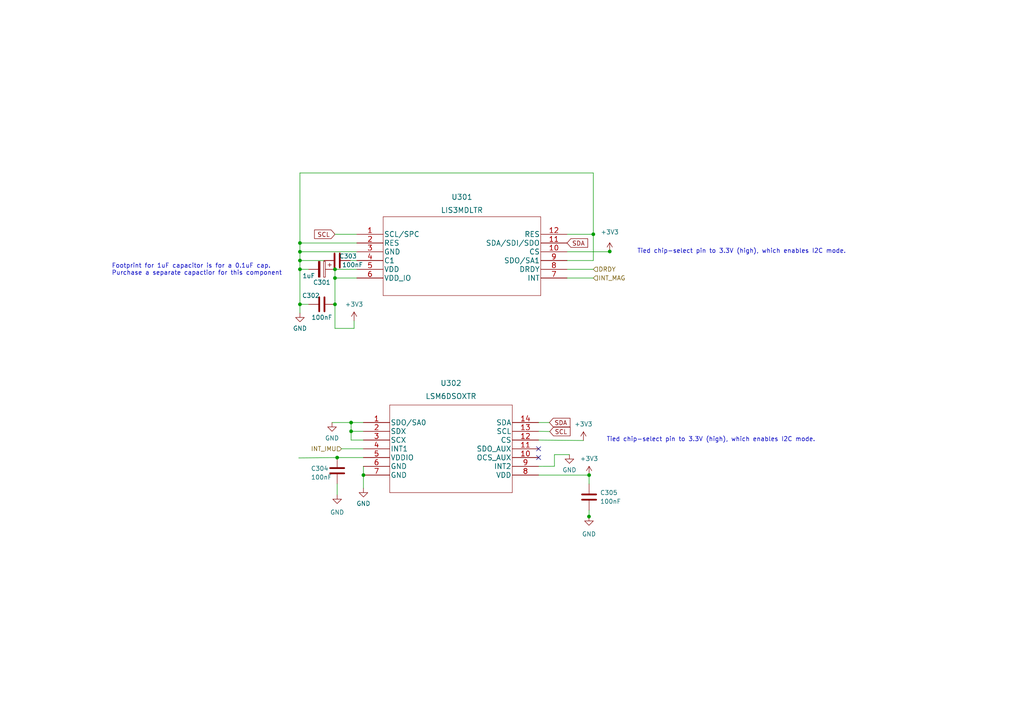
<source format=kicad_sch>
(kicad_sch (version 20211123) (generator eeschema)
  (paper "A4")
  (title_block (title "VUSAT Flight Computer") (date "2022-07-28") (company "Vanderbilt University") (comment 1 "by David Limpus"))
  (lib_symbols
    (symbol "3-axis magnetometer:LIS3MDLTR" (pin_names (offset 0.254))
      (property "Reference" "U" (at 30.48 10.16 0))
      (property "Value" "LIS3MDLTR" (at 30.48 7.62 0))
      (symbol "LIS3MDLTR_1_1"
        (polyline (pts (xy 7.62 -17.78) (xy 53.34 -17.78)) (stroke (width 0.127)))
        (polyline (pts (xy 7.62 5.08) (xy 7.62 -17.78)) (stroke (width 0.127)))
        (polyline (pts (xy 53.34 -17.78) (xy 53.34 5.08)) (stroke (width 0.127)))
        (polyline (pts (xy 53.34 5.08) (xy 7.62 5.08)) (stroke (width 0.127)))
        (pin bidirectional line (at 0 0 0) (length 7.62) (name "SCL/SPC") (number "1"))
        (pin bidirectional line (at 60.96 -5.08 180) (length 7.62) (name "CS") (number "10"))
        (pin bidirectional line (at 60.96 -2.54 180) (length 7.62) (name "SDA/SDI/SDO") (number "11"))
        (pin unspecified line (at 60.96 0 180) (length 7.62) (name "RES") (number "12"))
        (pin unspecified line (at 0 -2.54 0) (length 7.62) (name "RES") (number "2"))
        (pin power_in line (at 0 -5.08 0) (length 7.62) (name "GND") (number "3"))
        (pin unspecified line (at 0 -7.62 0) (length 7.62) (name "C1") (number "4"))
        (pin power_in line (at 0 -10.16 0) (length 7.62) (name "VDD") (number "5"))
        (pin power_in line (at 0 -12.7 0) (length 7.62) (name "VDD_IO") (number "6"))
        (pin unspecified line (at 60.96 -12.7 180) (length 7.62) (name "INT") (number "7"))
        (pin unspecified line (at 60.96 -10.16 180) (length 7.62) (name "DRDY") (number "8"))
        (pin bidirectional line (at 60.96 -7.62 180) (length 7.62) (name "SDO/SA1") (number "9"))
      )
    )
    (symbol "6-axis IMU:LSM6DSOXTR" (pin_names (offset 0.254))
      (property "Reference" "U" (at 25.4 10.16 0))
      (property "Value" "LSM6DSOXTR" (at 25.4 7.62 0))
      (symbol "LSM6DSOXTR_1_1"
        (polyline (pts (xy 7.62 -20.32) (xy 43.18 -20.32)) (stroke (width 0.127)))
        (polyline (pts (xy 7.62 5.08) (xy 7.62 -20.32)) (stroke (width 0.127)))
        (polyline (pts (xy 43.18 -20.32) (xy 43.18 5.08)) (stroke (width 0.127)))
        (polyline (pts (xy 43.18 5.08) (xy 7.62 5.08)) (stroke (width 0.127)))
        (pin output line (at 0 0 0) (length 7.62) (name "SDO/SA0") (number "1"))
        (pin unspecified line (at 50.8 -10.16 180) (length 7.62) (name "OCS_AUX") (number "10"))
        (pin unspecified line (at 50.8 -7.62 180) (length 7.62) (name "SDO_AUX") (number "11"))
        (pin unspecified line (at 50.8 -5.08 180) (length 7.62) (name "CS") (number "12"))
        (pin unspecified line (at 50.8 -2.54 180) (length 7.62) (name "SCL") (number "13"))
        (pin input line (at 50.8 0 180) (length 7.62) (name "SDA") (number "14"))
        (pin bidirectional line (at 0 -2.54 0) (length 7.62) (name "SDX") (number "2"))
        (pin bidirectional line (at 0 -5.08 0) (length 7.62) (name "SCX") (number "3"))
        (pin input line (at 0 -7.62 0) (length 7.62) (name "INT1") (number "4"))
        (pin power_in line (at 0 -10.16 0) (length 7.62) (name "VDDIO") (number "5"))
        (pin power_in line (at 0 -12.7 0) (length 7.62) (name "GND") (number "6"))
        (pin power_in line (at 0 -15.24 0) (length 7.62) (name "GND") (number "7"))
        (pin power_in line (at 50.8 -15.24 180) (length 7.62) (name "VDD") (number "8"))
        (pin input line (at 50.8 -12.7 180) (length 7.62) (name "INT2") (number "9"))
      )
    )
    (symbol "Device:C" (pin_numbers hide) (pin_names (offset 0.254))
      (property "Reference" "C" (at 0.635 2.54 0))
      (property "Value" "C" (at 0.635 -2.54 0))
      (symbol "C_0_1"
        (polyline (pts (xy -2.032 -0.762) (xy 2.032 -0.762)) (stroke (width 0.508)))
        (polyline (pts (xy -2.032 0.762) (xy 2.032 0.762)) (stroke (width 0.508)))
      )
      (symbol "C_1_1"
        (pin passive line (at 0 3.81 270) (length 2.794) (name "~") (number "1"))
        (pin passive line (at 0 -3.81 90) (length 2.794) (name "~") (number "2"))
      )
    )
    (symbol "Device:C_Polarized" (pin_numbers hide) (pin_names (offset 0.254))
      (property "Reference" "C" (at 0.635 2.54 0))
      (property "Value" "C_Polarized" (at 0.635 -2.54 0))
      (symbol "C_Polarized_0_1"
        (rectangle (start -2.286 0.508) (end 2.286 1.016))
        (polyline (pts (xy -1.778 2.286) (xy -0.762 2.286)))
        (polyline (pts (xy -1.27 2.794) (xy -1.27 1.778)))
        (rectangle (start 2.286 -0.508) (end -2.286 -1.016) (fill (type outline)))
      )
      (symbol "C_Polarized_1_1"
        (pin passive line (at 0 3.81 270) (length 2.794) (name "~") (number "1"))
        (pin passive line (at 0 -3.81 90) (length 2.794) (name "~") (number "2"))
      )
    )
    (symbol "power:+3.3V" (power) (pin_names (offset 0))
      (property "Value" "+3.3V" (at 0 3.556 0))
      (symbol "+3.3V_0_1"
        (polyline (pts (xy -0.762 1.27) (xy 0 2.54)))
        (polyline (pts (xy 0 0) (xy 0 2.54)))
        (polyline (pts (xy 0 2.54) (xy 0.762 1.27)))
      )
      (symbol "+3.3V_1_1"
        (pin power_in line (at 0 0 90) (length 0) hide (name "+3V3") (number "1"))
      )
    )
    (symbol "power:GND" (power) (pin_names (offset 0))
      (property "Value" "GND" (at 0 -3.81 0))
      (symbol "GND_0_1"
        (polyline (pts (xy 0 0) (xy 0 -1.27) (xy 1.27 -1.27) (xy 0 -2.54) (xy -1.27 -1.27) (xy 0 -1.27)))
      )
      (symbol "GND_1_1"
        (pin power_in line (at 0 0 270) (length 0) hide (name "GND") (number "1"))
      )
    )
  )
  (junction (at 170.8602 137.795))
  (junction (at 97.155 78.105))
  (junction (at 86.995 75.565))
  (junction (at 97.155 80.645))
  (junction (at 101.8332 122.555))
  (junction (at 86.995 88.265))
  (junction (at 172.085 67.945))
  (junction (at 101.8332 125.095))
  (junction (at 86.995 73.025))
  (junction (at 97.155 88.265))
  (junction (at 105.41 137.795))
  (junction (at 86.995 78.105))
  (junction (at 86.995 70.485))
  (junction (at 170.8286 149.8197))
  (junction (at 97.79 132.715))
  (junction (at 176.8435 72.9366))
  (no_connect (at 156.21 132.715))
  (no_connect (at 156.21 130.175))
  (wire (pts (xy 97.155 67.945) (xy 103.505 67.945)))
  (wire (pts (xy 172.085 67.945) (xy 172.085 75.565)))
  (wire (pts (xy 101.8332 127.635) (xy 101.8332 125.095)))
  (wire (pts (xy 97.155 78.105) (xy 103.505 78.105)))
  (wire (pts (xy 102.6972 93.032) (xy 102.6972 95.25)))
  (wire (pts (xy 156.21 137.795) (xy 170.8602 137.795)))
  (wire (pts (xy 156.21 127.635) (xy 169.2192 127.7705)))
  (wire (pts (xy 97.155 80.645) (xy 103.505 80.645)))
  (wire (pts (xy 101.8332 125.095) (xy 105.41 125.095)))
  (wire (pts (xy 97.155 80.645) (xy 97.155 88.265)))
  (wire (pts (xy 164.465 78.105) (xy 172.085 78.105)))
  (wire (pts (xy 97.79 140.335) (xy 97.79 143.51)))
  (wire (pts (xy 97.155 95.25) (xy 102.6972 95.25)))
  (wire (pts (xy 101.8332 122.555) (xy 96.2994 122.555)))
  (wire (pts (xy 86.995 73.025) (xy 103.505 73.025)))
  (wire (pts (xy 86.995 75.565) (xy 93.98 75.565)))
  (wire (pts (xy 164.465 73.025) (xy 176.8435 73.025)))
  (wire (pts (xy 176.8435 73.025) (xy 176.8435 72.9366)))
  (wire (pts (xy 101.6 75.565) (xy 103.505 75.565)))
  (wire (pts (xy 105.41 127.635) (xy 101.8332 127.635)))
  (wire (pts (xy 170.8602 137.795) (xy 170.8602 140.3621)))
  (wire (pts (xy 86.995 70.485) (xy 86.995 73.025)))
  (wire (pts (xy 101.8332 125.095) (xy 101.8332 122.555)))
  (wire (pts (xy 164.465 80.645) (xy 172.085 80.645)))
  (wire (pts (xy 86.995 50.165) (xy 86.995 70.485)))
  (wire (pts (xy 86.995 88.265) (xy 89.535 88.265)))
  (wire (pts (xy 160.8101 131.866) (xy 160.8101 135.2384)))
  (wire (pts (xy 156.21 125.095) (xy 159.4322 125.1626)))
  (wire (pts (xy 156.21 122.555) (xy 159.3443 122.5547)))
  (wire (pts (xy 97.155 88.265) (xy 97.155 95.25)))
  (wire (pts (xy 172.085 67.945) (xy 172.085 50.165)))
  (wire (pts (xy 86.995 78.105) (xy 89.535 78.105)))
  (wire (pts (xy 97.155 78.105) (xy 97.155 80.645)))
  (wire (pts (xy 86.995 73.025) (xy 86.995 75.565)))
  (wire (pts (xy 172.085 50.165) (xy 86.995 50.165)))
  (wire (pts (xy 86.995 78.105) (xy 86.995 88.265)))
  (wire (pts (xy 105.41 132.715) (xy 97.79 132.715)))
  (wire (pts (xy 86.995 70.485) (xy 103.505 70.485)))
  (wire (pts (xy 99.06 130.175) (xy 105.41 130.175)))
  (wire (pts (xy 105.41 122.555) (xy 101.8332 122.555)))
  (wire (pts (xy 156.21 135.255) (xy 160.8101 135.2384)))
  (wire (pts (xy 105.41 137.795) (xy 105.41 141.605)))
  (wire (pts (xy 164.465 67.945) (xy 172.085 67.945)))
  (wire (pts (xy 86.995 88.265) (xy 86.995 90.805)))
  (wire (pts (xy 105.41 135.255) (xy 105.41 137.795)))
  (wire (pts (xy 170.8602 147.9821) (xy 170.8602 149.8197)))
  (wire (pts (xy 86.6381 132.8233) (xy 97.79 132.715)))
  (wire (pts (xy 160.8101 131.866) (xy 165.1553 131.866)))
  (wire (pts (xy 86.995 75.565) (xy 86.995 78.105)))
  (wire (pts (xy 164.465 75.565) (xy 172.085 75.565)))
  (wire (pts (xy 170.8602 149.8197) (xy 170.8286 149.8197)))
  (text "Footprint for 1uF capacitor is for a 0.1uF cap. \nPurchase a separate capactior for this component" (at 32.385 80.01 0) (effects (font (size 1.27 1.27)) (justify left bottom)))
  (text "Tied chip-select pin to 3.3V (high), which enables I2C mode. " (at 184.785 73.66 0) (effects (font (size 1.27 1.27)) (justify left bottom)))
  (text "Tied chip-select pin to 3.3V (high), which enables I2C mode. " (at 175.895 128.27 0) (effects (font (size 1.27 1.27)) (justify left bottom)))
  (global_label "SCL" (shape input) (at 159.4322 125.1626 0) (property "Intersheet References" "${INTERSHEET_REFS}" (effects hide)))
  (global_label "SDA" (shape input) (at 159.3443 122.5547 0) (property "Intersheet References" "${INTERSHEET_REFS}" (effects hide)))
  (global_label "SDA" (shape input) (at 164.465 70.485 0) (property "Intersheet References" "${INTERSHEET_REFS}" (effects hide)))
  (global_label "SCL" (shape input) (at 97.155 67.945 180) (property "Intersheet References" "${INTERSHEET_REFS}" (effects hide)))
  (hierarchical_label "INT_MAG" (shape input) (at 172.085 80.645 0))
  (hierarchical_label "DRDY" (shape input) (at 172.085 78.105 0))
  (hierarchical_label "INT_IMU" (shape input) (at 99.06 130.175 180))
  (symbol (lib_id "Device:C") (at 97.79 75.565 90) (unit 1)
    (property "Reference" "C303" (at 100.965 74.295 90))
    (property "Value" "100nF" (at 102.235 76.835 90))
    (property "Footprint" "Capacitor_SMD:C_0603_1608Metric_Pad1.08x0.95mm_HandSolder" (effects hide))
  )
  (symbol (lib_id "power:+3.3V") (at 102.6972 93.032 0) (unit 1)
    (property "Reference" "#PWR?" (effects hide))
    (property "Value" "+3.3V" (at 102.6972 88.2677 0))
  )
  (symbol (lib_id "Device:C") (at 170.8602 144.1721 0) (unit 1)
    (property "Reference" "C305" (at 174.0352 142.902 0) (effects (justify left)))
    (property "Value" "100nF" (at 174.0352 145.442 0) (effects (justify left)))
    (property "Footprint" "Capacitor_SMD:C_0603_1608Metric_Pad1.08x0.95mm_HandSolder" (effects hide))
  )
  (symbol (lib_id "power:GND") (at 96.2994 122.555 0) (unit 1)
    (property "Reference" "#PWR0117" (effects hide))
    (property "Value" "GND" (at 96.2994 127.0803 0))
  )
  (symbol (lib_id "power:+3.3V") (at 169.2192 127.7705 0) (unit 1)
    (property "Reference" "#PWR?" (effects hide))
    (property "Value" "+3.3V" (at 169.2192 123.0062 0))
  )
  (symbol (lib_id "power:GND") (at 97.79 143.51 0) (unit 1)
    (property "Reference" "#PWR0115" (effects hide))
    (property "Value" "GND" (at 97.79 148.59 0))
  )
  (symbol (lib_id "power:+3.3V") (at 170.8602 137.795 0) (unit 1)
    (property "Reference" "#PWR?" (effects hide))
    (property "Value" "+3.3V" (at 170.8602 133.0307 0))
  )
  (symbol (lib_id "Device:C") (at 97.79 136.525 0) (unit 1)
    (property "Reference" "C304" (at 90.17 135.89 0) (effects (justify left)))
    (property "Value" "100nF" (at 90.17 138.43 0) (effects (justify left)))
    (property "Footprint" "Capacitor_SMD:C_0603_1608Metric_Pad1.08x0.95mm_HandSolder" (effects hide))
  )
  (symbol (lib_id "3-axis magnetometer:LIS3MDLTR") (at 103.505 67.945 0) (unit 1)
    (property "Reference" "U301" (at 133.985 57.15 0) (effects (font (size 1.524 1.524))))
    (property "Value" "LIS3MDLTR" (at 133.985 60.96 0) (effects (font (size 1.524 1.524))))
    (property "Footprint" "3-axis magnetometer:LIS3MDLTR" (effects hide))
  )
  (symbol (lib_id "6-axis IMU:LSM6DSOXTR") (at 105.41 122.555 0) (unit 1)
    (property "Reference" "U302" (at 130.81 111.125 0) (effects (font (size 1.524 1.524))))
    (property "Value" "LSM6DSOXTR" (at 130.81 114.935 0) (effects (font (size 1.524 1.524))))
    (property "Footprint" "6-axis IMU:LSM6DSOXTR" (effects hide))
  )
  (symbol (lib_id "Device:C_Polarized") (at 93.345 78.105 270) (unit 1)
    (property "Reference" "C301" (at 93.345 81.915 90))
    (property "Value" "1uF" (at 89.535 80.01 90))
    (property "Footprint" "0.1uF P_Cap:UWP1H0R1MCL1GB" (effects hide))
  )
  (symbol (lib_id "power:GND") (at 165.1553 131.866 0) (unit 1)
    (property "Reference" "#PWR0123" (effects hide))
    (property "Value" "GND" (at 165.1553 136.311 0))
  )
  (symbol (lib_id "power:GND") (at 105.41 141.605 0) (unit 1)
    (property "Reference" "#PWR0116" (effects hide))
    (property "Value" "GND" (at 105.41 146.05 0))
  )
  (symbol (lib_id "power:GND") (at 170.8286 149.8197 0) (unit 1)
    (property "Reference" "#PWR0119" (effects hide))
    (property "Value" "GND" (at 170.8286 154.8997 0))
  )
  (symbol (lib_id "power:GND") (at 86.995 90.805 0) (unit 1)
    (property "Reference" "#PWR0118" (effects hide))
    (property "Value" "GND" (at 86.995 95.25 0))
  )
  (symbol (lib_id "Device:C") (at 93.345 88.265 270) (unit 1)
    (property "Reference" "C302" (at 90.17 85.725 90))
    (property "Value" "100nF" (at 93.345 92.075 90))
    (property "Footprint" "Capacitor_SMD:C_0603_1608Metric_Pad1.08x0.95mm_HandSolder" (effects hide))
  )
  (symbol (lib_id "power:+3.3V") (at 176.8435 72.9366 0) (unit 1)
    (property "Reference" "#PWR?" (effects hide))
    (property "Value" "+3.3V" (at 176.8435 67.31 0))
  )
)
</source>
